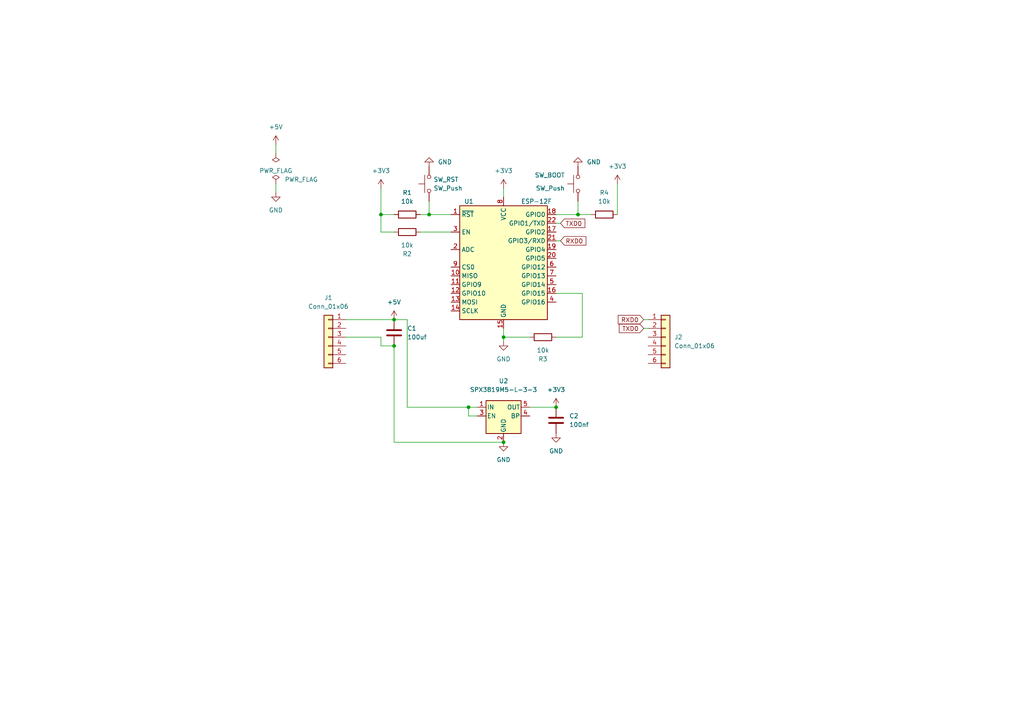
<source format=kicad_sch>
(kicad_sch (version 20211123) (generator eeschema)

  (uuid 93570edb-4459-4883-b692-730dd1093c84)

  (paper "A4")

  (lib_symbols
    (symbol "Connector_Generic:Conn_01x06" (pin_names (offset 1.016) hide) (in_bom yes) (on_board yes)
      (property "Reference" "J" (id 0) (at 0 7.62 0)
        (effects (font (size 1.27 1.27)))
      )
      (property "Value" "Conn_01x06" (id 1) (at 0 -10.16 0)
        (effects (font (size 1.27 1.27)))
      )
      (property "Footprint" "" (id 2) (at 0 0 0)
        (effects (font (size 1.27 1.27)) hide)
      )
      (property "Datasheet" "~" (id 3) (at 0 0 0)
        (effects (font (size 1.27 1.27)) hide)
      )
      (property "ki_keywords" "connector" (id 4) (at 0 0 0)
        (effects (font (size 1.27 1.27)) hide)
      )
      (property "ki_description" "Generic connector, single row, 01x06, script generated (kicad-library-utils/schlib/autogen/connector/)" (id 5) (at 0 0 0)
        (effects (font (size 1.27 1.27)) hide)
      )
      (property "ki_fp_filters" "Connector*:*_1x??_*" (id 6) (at 0 0 0)
        (effects (font (size 1.27 1.27)) hide)
      )
      (symbol "Conn_01x06_1_1"
        (rectangle (start -1.27 -7.493) (end 0 -7.747)
          (stroke (width 0.1524) (type default) (color 0 0 0 0))
          (fill (type none))
        )
        (rectangle (start -1.27 -4.953) (end 0 -5.207)
          (stroke (width 0.1524) (type default) (color 0 0 0 0))
          (fill (type none))
        )
        (rectangle (start -1.27 -2.413) (end 0 -2.667)
          (stroke (width 0.1524) (type default) (color 0 0 0 0))
          (fill (type none))
        )
        (rectangle (start -1.27 0.127) (end 0 -0.127)
          (stroke (width 0.1524) (type default) (color 0 0 0 0))
          (fill (type none))
        )
        (rectangle (start -1.27 2.667) (end 0 2.413)
          (stroke (width 0.1524) (type default) (color 0 0 0 0))
          (fill (type none))
        )
        (rectangle (start -1.27 5.207) (end 0 4.953)
          (stroke (width 0.1524) (type default) (color 0 0 0 0))
          (fill (type none))
        )
        (rectangle (start -1.27 6.35) (end 1.27 -8.89)
          (stroke (width 0.254) (type default) (color 0 0 0 0))
          (fill (type background))
        )
        (pin passive line (at -5.08 5.08 0) (length 3.81)
          (name "Pin_1" (effects (font (size 1.27 1.27))))
          (number "1" (effects (font (size 1.27 1.27))))
        )
        (pin passive line (at -5.08 2.54 0) (length 3.81)
          (name "Pin_2" (effects (font (size 1.27 1.27))))
          (number "2" (effects (font (size 1.27 1.27))))
        )
        (pin passive line (at -5.08 0 0) (length 3.81)
          (name "Pin_3" (effects (font (size 1.27 1.27))))
          (number "3" (effects (font (size 1.27 1.27))))
        )
        (pin passive line (at -5.08 -2.54 0) (length 3.81)
          (name "Pin_4" (effects (font (size 1.27 1.27))))
          (number "4" (effects (font (size 1.27 1.27))))
        )
        (pin passive line (at -5.08 -5.08 0) (length 3.81)
          (name "Pin_5" (effects (font (size 1.27 1.27))))
          (number "5" (effects (font (size 1.27 1.27))))
        )
        (pin passive line (at -5.08 -7.62 0) (length 3.81)
          (name "Pin_6" (effects (font (size 1.27 1.27))))
          (number "6" (effects (font (size 1.27 1.27))))
        )
      )
    )
    (symbol "Device:C" (pin_numbers hide) (pin_names (offset 0.254)) (in_bom yes) (on_board yes)
      (property "Reference" "C" (id 0) (at 0.635 2.54 0)
        (effects (font (size 1.27 1.27)) (justify left))
      )
      (property "Value" "C" (id 1) (at 0.635 -2.54 0)
        (effects (font (size 1.27 1.27)) (justify left))
      )
      (property "Footprint" "" (id 2) (at 0.9652 -3.81 0)
        (effects (font (size 1.27 1.27)) hide)
      )
      (property "Datasheet" "~" (id 3) (at 0 0 0)
        (effects (font (size 1.27 1.27)) hide)
      )
      (property "ki_keywords" "cap capacitor" (id 4) (at 0 0 0)
        (effects (font (size 1.27 1.27)) hide)
      )
      (property "ki_description" "Unpolarized capacitor" (id 5) (at 0 0 0)
        (effects (font (size 1.27 1.27)) hide)
      )
      (property "ki_fp_filters" "C_*" (id 6) (at 0 0 0)
        (effects (font (size 1.27 1.27)) hide)
      )
      (symbol "C_0_1"
        (polyline
          (pts
            (xy -2.032 -0.762)
            (xy 2.032 -0.762)
          )
          (stroke (width 0.508) (type default) (color 0 0 0 0))
          (fill (type none))
        )
        (polyline
          (pts
            (xy -2.032 0.762)
            (xy 2.032 0.762)
          )
          (stroke (width 0.508) (type default) (color 0 0 0 0))
          (fill (type none))
        )
      )
      (symbol "C_1_1"
        (pin passive line (at 0 3.81 270) (length 2.794)
          (name "~" (effects (font (size 1.27 1.27))))
          (number "1" (effects (font (size 1.27 1.27))))
        )
        (pin passive line (at 0 -3.81 90) (length 2.794)
          (name "~" (effects (font (size 1.27 1.27))))
          (number "2" (effects (font (size 1.27 1.27))))
        )
      )
    )
    (symbol "Device:R" (pin_numbers hide) (pin_names (offset 0)) (in_bom yes) (on_board yes)
      (property "Reference" "R" (id 0) (at 2.032 0 90)
        (effects (font (size 1.27 1.27)))
      )
      (property "Value" "R" (id 1) (at 0 0 90)
        (effects (font (size 1.27 1.27)))
      )
      (property "Footprint" "" (id 2) (at -1.778 0 90)
        (effects (font (size 1.27 1.27)) hide)
      )
      (property "Datasheet" "~" (id 3) (at 0 0 0)
        (effects (font (size 1.27 1.27)) hide)
      )
      (property "ki_keywords" "R res resistor" (id 4) (at 0 0 0)
        (effects (font (size 1.27 1.27)) hide)
      )
      (property "ki_description" "Resistor" (id 5) (at 0 0 0)
        (effects (font (size 1.27 1.27)) hide)
      )
      (property "ki_fp_filters" "R_*" (id 6) (at 0 0 0)
        (effects (font (size 1.27 1.27)) hide)
      )
      (symbol "R_0_1"
        (rectangle (start -1.016 -2.54) (end 1.016 2.54)
          (stroke (width 0.254) (type default) (color 0 0 0 0))
          (fill (type none))
        )
      )
      (symbol "R_1_1"
        (pin passive line (at 0 3.81 270) (length 1.27)
          (name "~" (effects (font (size 1.27 1.27))))
          (number "1" (effects (font (size 1.27 1.27))))
        )
        (pin passive line (at 0 -3.81 90) (length 1.27)
          (name "~" (effects (font (size 1.27 1.27))))
          (number "2" (effects (font (size 1.27 1.27))))
        )
      )
    )
    (symbol "RF_Module:ESP-12F" (in_bom yes) (on_board yes)
      (property "Reference" "U" (id 0) (at -12.7 19.05 0)
        (effects (font (size 1.27 1.27)) (justify left))
      )
      (property "Value" "ESP-12F" (id 1) (at 12.7 19.05 0)
        (effects (font (size 1.27 1.27)) (justify right))
      )
      (property "Footprint" "RF_Module:ESP-12E" (id 2) (at 0 0 0)
        (effects (font (size 1.27 1.27)) hide)
      )
      (property "Datasheet" "http://wiki.ai-thinker.com/_media/esp8266/esp8266_series_modules_user_manual_v1.1.pdf" (id 3) (at -8.89 2.54 0)
        (effects (font (size 1.27 1.27)) hide)
      )
      (property "ki_keywords" "802.11 Wi-Fi" (id 4) (at 0 0 0)
        (effects (font (size 1.27 1.27)) hide)
      )
      (property "ki_description" "802.11 b/g/n Wi-Fi Module" (id 5) (at 0 0 0)
        (effects (font (size 1.27 1.27)) hide)
      )
      (property "ki_fp_filters" "ESP?12*" (id 6) (at 0 0 0)
        (effects (font (size 1.27 1.27)) hide)
      )
      (symbol "ESP-12F_0_1"
        (rectangle (start -12.7 17.78) (end 12.7 -15.24)
          (stroke (width 0.254) (type default) (color 0 0 0 0))
          (fill (type background))
        )
      )
      (symbol "ESP-12F_1_1"
        (pin input line (at -15.24 15.24 0) (length 2.54)
          (name "~{RST}" (effects (font (size 1.27 1.27))))
          (number "1" (effects (font (size 1.27 1.27))))
        )
        (pin bidirectional line (at -15.24 -2.54 0) (length 2.54)
          (name "MISO" (effects (font (size 1.27 1.27))))
          (number "10" (effects (font (size 1.27 1.27))))
        )
        (pin bidirectional line (at -15.24 -5.08 0) (length 2.54)
          (name "GPIO9" (effects (font (size 1.27 1.27))))
          (number "11" (effects (font (size 1.27 1.27))))
        )
        (pin bidirectional line (at -15.24 -7.62 0) (length 2.54)
          (name "GPIO10" (effects (font (size 1.27 1.27))))
          (number "12" (effects (font (size 1.27 1.27))))
        )
        (pin bidirectional line (at -15.24 -10.16 0) (length 2.54)
          (name "MOSI" (effects (font (size 1.27 1.27))))
          (number "13" (effects (font (size 1.27 1.27))))
        )
        (pin bidirectional line (at -15.24 -12.7 0) (length 2.54)
          (name "SCLK" (effects (font (size 1.27 1.27))))
          (number "14" (effects (font (size 1.27 1.27))))
        )
        (pin power_in line (at 0 -17.78 90) (length 2.54)
          (name "GND" (effects (font (size 1.27 1.27))))
          (number "15" (effects (font (size 1.27 1.27))))
        )
        (pin bidirectional line (at 15.24 -7.62 180) (length 2.54)
          (name "GPIO15" (effects (font (size 1.27 1.27))))
          (number "16" (effects (font (size 1.27 1.27))))
        )
        (pin bidirectional line (at 15.24 10.16 180) (length 2.54)
          (name "GPIO2" (effects (font (size 1.27 1.27))))
          (number "17" (effects (font (size 1.27 1.27))))
        )
        (pin bidirectional line (at 15.24 15.24 180) (length 2.54)
          (name "GPIO0" (effects (font (size 1.27 1.27))))
          (number "18" (effects (font (size 1.27 1.27))))
        )
        (pin bidirectional line (at 15.24 5.08 180) (length 2.54)
          (name "GPIO4" (effects (font (size 1.27 1.27))))
          (number "19" (effects (font (size 1.27 1.27))))
        )
        (pin input line (at -15.24 5.08 0) (length 2.54)
          (name "ADC" (effects (font (size 1.27 1.27))))
          (number "2" (effects (font (size 1.27 1.27))))
        )
        (pin bidirectional line (at 15.24 2.54 180) (length 2.54)
          (name "GPIO5" (effects (font (size 1.27 1.27))))
          (number "20" (effects (font (size 1.27 1.27))))
        )
        (pin bidirectional line (at 15.24 7.62 180) (length 2.54)
          (name "GPIO3/RXD" (effects (font (size 1.27 1.27))))
          (number "21" (effects (font (size 1.27 1.27))))
        )
        (pin bidirectional line (at 15.24 12.7 180) (length 2.54)
          (name "GPIO1/TXD" (effects (font (size 1.27 1.27))))
          (number "22" (effects (font (size 1.27 1.27))))
        )
        (pin input line (at -15.24 10.16 0) (length 2.54)
          (name "EN" (effects (font (size 1.27 1.27))))
          (number "3" (effects (font (size 1.27 1.27))))
        )
        (pin bidirectional line (at 15.24 -10.16 180) (length 2.54)
          (name "GPIO16" (effects (font (size 1.27 1.27))))
          (number "4" (effects (font (size 1.27 1.27))))
        )
        (pin bidirectional line (at 15.24 -5.08 180) (length 2.54)
          (name "GPIO14" (effects (font (size 1.27 1.27))))
          (number "5" (effects (font (size 1.27 1.27))))
        )
        (pin bidirectional line (at 15.24 0 180) (length 2.54)
          (name "GPIO12" (effects (font (size 1.27 1.27))))
          (number "6" (effects (font (size 1.27 1.27))))
        )
        (pin bidirectional line (at 15.24 -2.54 180) (length 2.54)
          (name "GPIO13" (effects (font (size 1.27 1.27))))
          (number "7" (effects (font (size 1.27 1.27))))
        )
        (pin power_in line (at 0 20.32 270) (length 2.54)
          (name "VCC" (effects (font (size 1.27 1.27))))
          (number "8" (effects (font (size 1.27 1.27))))
        )
        (pin input line (at -15.24 0 0) (length 2.54)
          (name "CS0" (effects (font (size 1.27 1.27))))
          (number "9" (effects (font (size 1.27 1.27))))
        )
      )
    )
    (symbol "Regulator_Linear:SPX3819M5-L-3-3" (pin_names (offset 0.254)) (in_bom yes) (on_board yes)
      (property "Reference" "U" (id 0) (at -3.81 5.715 0)
        (effects (font (size 1.27 1.27)))
      )
      (property "Value" "SPX3819M5-L-3-3" (id 1) (at 0 5.715 0)
        (effects (font (size 1.27 1.27)) (justify left))
      )
      (property "Footprint" "Package_TO_SOT_SMD:SOT-23-5" (id 2) (at 0 8.255 0)
        (effects (font (size 1.27 1.27)) hide)
      )
      (property "Datasheet" "https://www.exar.com/content/document.ashx?id=22106&languageid=1033&type=Datasheet&partnumber=SPX3819&filename=SPX3819.pdf&part=SPX3819" (id 3) (at 0 0 0)
        (effects (font (size 1.27 1.27)) hide)
      )
      (property "ki_keywords" "REGULATOR LDO 3.3V" (id 4) (at 0 0 0)
        (effects (font (size 1.27 1.27)) hide)
      )
      (property "ki_description" "500mA Low drop-out regulator, Fixed Output 3.3V, SOT-23-5" (id 5) (at 0 0 0)
        (effects (font (size 1.27 1.27)) hide)
      )
      (property "ki_fp_filters" "SOT?23*" (id 6) (at 0 0 0)
        (effects (font (size 1.27 1.27)) hide)
      )
      (symbol "SPX3819M5-L-3-3_0_1"
        (rectangle (start -5.08 4.445) (end 5.08 -5.08)
          (stroke (width 0.254) (type default) (color 0 0 0 0))
          (fill (type background))
        )
      )
      (symbol "SPX3819M5-L-3-3_1_1"
        (pin power_in line (at -7.62 2.54 0) (length 2.54)
          (name "IN" (effects (font (size 1.27 1.27))))
          (number "1" (effects (font (size 1.27 1.27))))
        )
        (pin power_in line (at 0 -7.62 90) (length 2.54)
          (name "GND" (effects (font (size 1.27 1.27))))
          (number "2" (effects (font (size 1.27 1.27))))
        )
        (pin input line (at -7.62 0 0) (length 2.54)
          (name "EN" (effects (font (size 1.27 1.27))))
          (number "3" (effects (font (size 1.27 1.27))))
        )
        (pin input line (at 7.62 0 180) (length 2.54)
          (name "BP" (effects (font (size 1.27 1.27))))
          (number "4" (effects (font (size 1.27 1.27))))
        )
        (pin power_out line (at 7.62 2.54 180) (length 2.54)
          (name "OUT" (effects (font (size 1.27 1.27))))
          (number "5" (effects (font (size 1.27 1.27))))
        )
      )
    )
    (symbol "Switch:SW_Push" (pin_numbers hide) (pin_names (offset 1.016) hide) (in_bom yes) (on_board yes)
      (property "Reference" "SW" (id 0) (at 1.27 2.54 0)
        (effects (font (size 1.27 1.27)) (justify left))
      )
      (property "Value" "SW_Push" (id 1) (at 0 -1.524 0)
        (effects (font (size 1.27 1.27)))
      )
      (property "Footprint" "" (id 2) (at 0 5.08 0)
        (effects (font (size 1.27 1.27)) hide)
      )
      (property "Datasheet" "~" (id 3) (at 0 5.08 0)
        (effects (font (size 1.27 1.27)) hide)
      )
      (property "ki_keywords" "switch normally-open pushbutton push-button" (id 4) (at 0 0 0)
        (effects (font (size 1.27 1.27)) hide)
      )
      (property "ki_description" "Push button switch, generic, two pins" (id 5) (at 0 0 0)
        (effects (font (size 1.27 1.27)) hide)
      )
      (symbol "SW_Push_0_1"
        (circle (center -2.032 0) (radius 0.508)
          (stroke (width 0) (type default) (color 0 0 0 0))
          (fill (type none))
        )
        (polyline
          (pts
            (xy 0 1.27)
            (xy 0 3.048)
          )
          (stroke (width 0) (type default) (color 0 0 0 0))
          (fill (type none))
        )
        (polyline
          (pts
            (xy 2.54 1.27)
            (xy -2.54 1.27)
          )
          (stroke (width 0) (type default) (color 0 0 0 0))
          (fill (type none))
        )
        (circle (center 2.032 0) (radius 0.508)
          (stroke (width 0) (type default) (color 0 0 0 0))
          (fill (type none))
        )
        (pin passive line (at -5.08 0 0) (length 2.54)
          (name "1" (effects (font (size 1.27 1.27))))
          (number "1" (effects (font (size 1.27 1.27))))
        )
        (pin passive line (at 5.08 0 180) (length 2.54)
          (name "2" (effects (font (size 1.27 1.27))))
          (number "2" (effects (font (size 1.27 1.27))))
        )
      )
    )
    (symbol "power:+3V3" (power) (pin_names (offset 0)) (in_bom yes) (on_board yes)
      (property "Reference" "#PWR" (id 0) (at 0 -3.81 0)
        (effects (font (size 1.27 1.27)) hide)
      )
      (property "Value" "+3V3" (id 1) (at 0 3.556 0)
        (effects (font (size 1.27 1.27)))
      )
      (property "Footprint" "" (id 2) (at 0 0 0)
        (effects (font (size 1.27 1.27)) hide)
      )
      (property "Datasheet" "" (id 3) (at 0 0 0)
        (effects (font (size 1.27 1.27)) hide)
      )
      (property "ki_keywords" "power-flag" (id 4) (at 0 0 0)
        (effects (font (size 1.27 1.27)) hide)
      )
      (property "ki_description" "Power symbol creates a global label with name \"+3V3\"" (id 5) (at 0 0 0)
        (effects (font (size 1.27 1.27)) hide)
      )
      (symbol "+3V3_0_1"
        (polyline
          (pts
            (xy -0.762 1.27)
            (xy 0 2.54)
          )
          (stroke (width 0) (type default) (color 0 0 0 0))
          (fill (type none))
        )
        (polyline
          (pts
            (xy 0 0)
            (xy 0 2.54)
          )
          (stroke (width 0) (type default) (color 0 0 0 0))
          (fill (type none))
        )
        (polyline
          (pts
            (xy 0 2.54)
            (xy 0.762 1.27)
          )
          (stroke (width 0) (type default) (color 0 0 0 0))
          (fill (type none))
        )
      )
      (symbol "+3V3_1_1"
        (pin power_in line (at 0 0 90) (length 0) hide
          (name "+3V3" (effects (font (size 1.27 1.27))))
          (number "1" (effects (font (size 1.27 1.27))))
        )
      )
    )
    (symbol "power:+5V" (power) (pin_names (offset 0)) (in_bom yes) (on_board yes)
      (property "Reference" "#PWR" (id 0) (at 0 -3.81 0)
        (effects (font (size 1.27 1.27)) hide)
      )
      (property "Value" "+5V" (id 1) (at 0 3.556 0)
        (effects (font (size 1.27 1.27)))
      )
      (property "Footprint" "" (id 2) (at 0 0 0)
        (effects (font (size 1.27 1.27)) hide)
      )
      (property "Datasheet" "" (id 3) (at 0 0 0)
        (effects (font (size 1.27 1.27)) hide)
      )
      (property "ki_keywords" "power-flag" (id 4) (at 0 0 0)
        (effects (font (size 1.27 1.27)) hide)
      )
      (property "ki_description" "Power symbol creates a global label with name \"+5V\"" (id 5) (at 0 0 0)
        (effects (font (size 1.27 1.27)) hide)
      )
      (symbol "+5V_0_1"
        (polyline
          (pts
            (xy -0.762 1.27)
            (xy 0 2.54)
          )
          (stroke (width 0) (type default) (color 0 0 0 0))
          (fill (type none))
        )
        (polyline
          (pts
            (xy 0 0)
            (xy 0 2.54)
          )
          (stroke (width 0) (type default) (color 0 0 0 0))
          (fill (type none))
        )
        (polyline
          (pts
            (xy 0 2.54)
            (xy 0.762 1.27)
          )
          (stroke (width 0) (type default) (color 0 0 0 0))
          (fill (type none))
        )
      )
      (symbol "+5V_1_1"
        (pin power_in line (at 0 0 90) (length 0) hide
          (name "+5V" (effects (font (size 1.27 1.27))))
          (number "1" (effects (font (size 1.27 1.27))))
        )
      )
    )
    (symbol "power:GND" (power) (pin_names (offset 0)) (in_bom yes) (on_board yes)
      (property "Reference" "#PWR" (id 0) (at 0 -6.35 0)
        (effects (font (size 1.27 1.27)) hide)
      )
      (property "Value" "GND" (id 1) (at 0 -3.81 0)
        (effects (font (size 1.27 1.27)))
      )
      (property "Footprint" "" (id 2) (at 0 0 0)
        (effects (font (size 1.27 1.27)) hide)
      )
      (property "Datasheet" "" (id 3) (at 0 0 0)
        (effects (font (size 1.27 1.27)) hide)
      )
      (property "ki_keywords" "power-flag" (id 4) (at 0 0 0)
        (effects (font (size 1.27 1.27)) hide)
      )
      (property "ki_description" "Power symbol creates a global label with name \"GND\" , ground" (id 5) (at 0 0 0)
        (effects (font (size 1.27 1.27)) hide)
      )
      (symbol "GND_0_1"
        (polyline
          (pts
            (xy 0 0)
            (xy 0 -1.27)
            (xy 1.27 -1.27)
            (xy 0 -2.54)
            (xy -1.27 -1.27)
            (xy 0 -1.27)
          )
          (stroke (width 0) (type default) (color 0 0 0 0))
          (fill (type none))
        )
      )
      (symbol "GND_1_1"
        (pin power_in line (at 0 0 270) (length 0) hide
          (name "GND" (effects (font (size 1.27 1.27))))
          (number "1" (effects (font (size 1.27 1.27))))
        )
      )
    )
    (symbol "power:PWR_FLAG" (power) (pin_numbers hide) (pin_names (offset 0) hide) (in_bom yes) (on_board yes)
      (property "Reference" "#FLG" (id 0) (at 0 1.905 0)
        (effects (font (size 1.27 1.27)) hide)
      )
      (property "Value" "PWR_FLAG" (id 1) (at 0 3.81 0)
        (effects (font (size 1.27 1.27)))
      )
      (property "Footprint" "" (id 2) (at 0 0 0)
        (effects (font (size 1.27 1.27)) hide)
      )
      (property "Datasheet" "~" (id 3) (at 0 0 0)
        (effects (font (size 1.27 1.27)) hide)
      )
      (property "ki_keywords" "power-flag" (id 4) (at 0 0 0)
        (effects (font (size 1.27 1.27)) hide)
      )
      (property "ki_description" "Special symbol for telling ERC where power comes from" (id 5) (at 0 0 0)
        (effects (font (size 1.27 1.27)) hide)
      )
      (symbol "PWR_FLAG_0_0"
        (pin power_out line (at 0 0 90) (length 0)
          (name "pwr" (effects (font (size 1.27 1.27))))
          (number "1" (effects (font (size 1.27 1.27))))
        )
      )
      (symbol "PWR_FLAG_0_1"
        (polyline
          (pts
            (xy 0 0)
            (xy 0 1.27)
            (xy -1.016 1.905)
            (xy 0 2.54)
            (xy 1.016 1.905)
            (xy 0 1.27)
          )
          (stroke (width 0) (type default) (color 0 0 0 0))
          (fill (type none))
        )
      )
    )
  )

  (junction (at 146.05 128.27) (diameter 0) (color 0 0 0 0)
    (uuid 0f0dd512-306b-4360-b4d8-45c0816fc3f8)
  )
  (junction (at 114.3 100.33) (diameter 0) (color 0 0 0 0)
    (uuid 1025bc70-0628-4a9f-afef-e41c40719cf5)
  )
  (junction (at 114.3 92.71) (diameter 0) (color 0 0 0 0)
    (uuid 804ee7cf-4e01-4080-863f-68e8b85d2462)
  )
  (junction (at 110.49 62.23) (diameter 0) (color 0 0 0 0)
    (uuid 869023fd-6619-4176-a93c-3b5bf2787f9b)
  )
  (junction (at 135.89 118.11) (diameter 0) (color 0 0 0 0)
    (uuid 8de5ee93-61db-4a5d-9b6a-2044ae3a7a97)
  )
  (junction (at 167.64 62.23) (diameter 0) (color 0 0 0 0)
    (uuid ca560561-c86e-442a-a6b2-4dd6f080ab1c)
  )
  (junction (at 161.29 118.11) (diameter 0) (color 0 0 0 0)
    (uuid d7f7e64b-3456-4ca2-a21f-f9738d205cdc)
  )
  (junction (at 146.05 97.79) (diameter 0) (color 0 0 0 0)
    (uuid e149af9d-5447-48a9-a45e-efa68c6b3895)
  )
  (junction (at 124.46 62.23) (diameter 0) (color 0 0 0 0)
    (uuid e60907d9-1fa0-499a-9a18-662e7015afaa)
  )

  (wire (pts (xy 135.89 120.65) (xy 138.43 120.65))
    (stroke (width 0) (type default) (color 0 0 0 0))
    (uuid 0f4408af-e50e-4f0c-a8d5-bce44a0e1df8)
  )
  (wire (pts (xy 186.69 92.71) (xy 187.96 92.71))
    (stroke (width 0) (type default) (color 0 0 0 0))
    (uuid 151b092c-ef21-44d8-9170-dbe84cef2387)
  )
  (wire (pts (xy 121.92 62.23) (xy 124.46 62.23))
    (stroke (width 0) (type default) (color 0 0 0 0))
    (uuid 185c5bc5-e9a0-457f-842d-ef9c289d374f)
  )
  (wire (pts (xy 146.05 97.79) (xy 146.05 95.25))
    (stroke (width 0) (type default) (color 0 0 0 0))
    (uuid 1f3833e9-1d5b-48ef-93bc-9e3d174c56ed)
  )
  (wire (pts (xy 135.89 118.11) (xy 135.89 120.65))
    (stroke (width 0) (type default) (color 0 0 0 0))
    (uuid 236f362a-560b-4233-bd40-8c15e537b91a)
  )
  (wire (pts (xy 80.01 55.88) (xy 80.01 53.34))
    (stroke (width 0) (type default) (color 0 0 0 0))
    (uuid 2a2a65ab-89ad-4320-b005-160d4005d98c)
  )
  (wire (pts (xy 161.29 85.09) (xy 168.91 85.09))
    (stroke (width 0) (type default) (color 0 0 0 0))
    (uuid 4b03a3ea-db26-4749-b1f3-c1c66f1852b7)
  )
  (wire (pts (xy 110.49 100.33) (xy 114.3 100.33))
    (stroke (width 0) (type default) (color 0 0 0 0))
    (uuid 4bddea3f-940f-4abd-af94-0066a268ff39)
  )
  (wire (pts (xy 135.89 118.11) (xy 138.43 118.11))
    (stroke (width 0) (type default) (color 0 0 0 0))
    (uuid 5068c627-cc33-4e87-a3e4-d3eff1319f5d)
  )
  (wire (pts (xy 114.3 100.33) (xy 114.3 128.27))
    (stroke (width 0) (type default) (color 0 0 0 0))
    (uuid 534a7e4f-27c5-4782-b66c-8007e0483b06)
  )
  (wire (pts (xy 110.49 97.79) (xy 110.49 100.33))
    (stroke (width 0) (type default) (color 0 0 0 0))
    (uuid 5e069b6b-4d67-4fd7-a39b-a52a2e769d6c)
  )
  (wire (pts (xy 146.05 99.06) (xy 146.05 97.79))
    (stroke (width 0) (type default) (color 0 0 0 0))
    (uuid 6698f7e6-d069-4462-a6fe-70dc7bc48b07)
  )
  (wire (pts (xy 110.49 67.31) (xy 110.49 62.23))
    (stroke (width 0) (type default) (color 0 0 0 0))
    (uuid 7b95f711-6937-447b-89f6-fcd9d57a06d7)
  )
  (wire (pts (xy 114.3 67.31) (xy 110.49 67.31))
    (stroke (width 0) (type default) (color 0 0 0 0))
    (uuid 82b67a2d-dcf2-4830-a5f1-8719c389a716)
  )
  (wire (pts (xy 162.56 69.85) (xy 161.29 69.85))
    (stroke (width 0) (type default) (color 0 0 0 0))
    (uuid 839ac5e9-b950-4ae6-8bb6-815be89a577c)
  )
  (wire (pts (xy 110.49 62.23) (xy 114.3 62.23))
    (stroke (width 0) (type default) (color 0 0 0 0))
    (uuid 83ebaa7b-0357-4a9f-808a-7c32e2cac033)
  )
  (wire (pts (xy 161.29 97.79) (xy 168.91 97.79))
    (stroke (width 0) (type default) (color 0 0 0 0))
    (uuid 8ab9b1aa-28ba-4c5c-b80e-f9a86134e72a)
  )
  (wire (pts (xy 162.56 64.77) (xy 161.29 64.77))
    (stroke (width 0) (type default) (color 0 0 0 0))
    (uuid 8da41a0e-4d08-4915-8964-9f05505286e5)
  )
  (wire (pts (xy 167.64 58.42) (xy 167.64 62.23))
    (stroke (width 0) (type default) (color 0 0 0 0))
    (uuid 9034746a-1ba9-4132-be68-2822553af630)
  )
  (wire (pts (xy 186.69 95.25) (xy 187.96 95.25))
    (stroke (width 0) (type default) (color 0 0 0 0))
    (uuid 966660ca-268d-4161-8e90-488e3bb5625f)
  )
  (wire (pts (xy 146.05 54.61) (xy 146.05 57.15))
    (stroke (width 0) (type default) (color 0 0 0 0))
    (uuid 97ecd885-d01b-4e07-9d23-0478e53ed8c7)
  )
  (wire (pts (xy 146.05 128.27) (xy 114.3 128.27))
    (stroke (width 0) (type default) (color 0 0 0 0))
    (uuid a2c4b267-7d7b-4239-b110-344d1130a81f)
  )
  (wire (pts (xy 121.92 67.31) (xy 130.81 67.31))
    (stroke (width 0) (type default) (color 0 0 0 0))
    (uuid a749198a-d69b-49a2-bac5-5382be79c496)
  )
  (wire (pts (xy 167.64 62.23) (xy 161.29 62.23))
    (stroke (width 0) (type default) (color 0 0 0 0))
    (uuid ab9bb821-272d-4a8d-87e2-5f2cdf431d81)
  )
  (wire (pts (xy 153.67 118.11) (xy 161.29 118.11))
    (stroke (width 0) (type default) (color 0 0 0 0))
    (uuid b8a7e7c2-8e92-4063-a90d-2ba47ef7d4ab)
  )
  (wire (pts (xy 100.33 97.79) (xy 110.49 97.79))
    (stroke (width 0) (type default) (color 0 0 0 0))
    (uuid c22ed97a-200e-4867-8307-1c6b104263cf)
  )
  (wire (pts (xy 118.11 92.71) (xy 118.11 118.11))
    (stroke (width 0) (type default) (color 0 0 0 0))
    (uuid c28f3501-a962-4645-a8c4-f131f7704595)
  )
  (wire (pts (xy 114.3 92.71) (xy 118.11 92.71))
    (stroke (width 0) (type default) (color 0 0 0 0))
    (uuid c2a9a571-b4f0-4180-9303-cc0f719617e8)
  )
  (wire (pts (xy 100.33 92.71) (xy 114.3 92.71))
    (stroke (width 0) (type default) (color 0 0 0 0))
    (uuid cb6ac13c-5ee9-42da-9e5b-5bae231e6dd8)
  )
  (wire (pts (xy 80.01 41.91) (xy 80.01 44.45))
    (stroke (width 0) (type default) (color 0 0 0 0))
    (uuid ceddf467-e6c4-46e7-9975-53ff49396825)
  )
  (wire (pts (xy 171.45 62.23) (xy 167.64 62.23))
    (stroke (width 0) (type default) (color 0 0 0 0))
    (uuid cefa31b1-4edc-4317-bb72-88fa84a69a65)
  )
  (wire (pts (xy 179.07 53.34) (xy 179.07 62.23))
    (stroke (width 0) (type default) (color 0 0 0 0))
    (uuid d147be1c-99d5-4765-baae-3cc174300236)
  )
  (wire (pts (xy 124.46 58.42) (xy 124.46 62.23))
    (stroke (width 0) (type default) (color 0 0 0 0))
    (uuid d875e5ce-58b2-44af-94aa-197425c57e6c)
  )
  (wire (pts (xy 110.49 54.61) (xy 110.49 62.23))
    (stroke (width 0) (type default) (color 0 0 0 0))
    (uuid da1c202e-d9e6-473b-84c4-bb9844bfe60d)
  )
  (wire (pts (xy 168.91 97.79) (xy 168.91 85.09))
    (stroke (width 0) (type default) (color 0 0 0 0))
    (uuid eb25c8f5-5a3c-4a37-a43d-4c3f7cda4024)
  )
  (wire (pts (xy 118.11 118.11) (xy 135.89 118.11))
    (stroke (width 0) (type default) (color 0 0 0 0))
    (uuid eca65fbc-7d45-4955-b5e4-5352934a00eb)
  )
  (wire (pts (xy 124.46 62.23) (xy 130.81 62.23))
    (stroke (width 0) (type default) (color 0 0 0 0))
    (uuid f56a7cbe-4b82-4d10-ad75-045bd2731e0e)
  )
  (wire (pts (xy 153.67 97.79) (xy 146.05 97.79))
    (stroke (width 0) (type default) (color 0 0 0 0))
    (uuid f60196a0-5f41-4f26-9ba5-be6062a8cbce)
  )

  (global_label "TXD0" (shape input) (at 186.69 95.25 180) (fields_autoplaced)
    (effects (font (size 1.27 1.27)) (justify right))
    (uuid 1e23202f-051a-45aa-be5a-05f0577c15b5)
    (property "Intersheet References" "${INTERSHEET_REFS}" (id 0) (at 179.6202 95.1706 0)
      (effects (font (size 1.27 1.27)) (justify right) hide)
    )
  )
  (global_label "RXD0" (shape input) (at 186.69 92.71 180) (fields_autoplaced)
    (effects (font (size 1.27 1.27)) (justify right))
    (uuid 73e66734-8b01-4e61-8488-65c52bf592c4)
    (property "Intersheet References" "${INTERSHEET_REFS}" (id 0) (at 179.3179 92.6306 0)
      (effects (font (size 1.27 1.27)) (justify right) hide)
    )
  )
  (global_label "RXD0" (shape input) (at 162.56 69.85 0) (fields_autoplaced)
    (effects (font (size 1.27 1.27)) (justify left))
    (uuid b96c5a64-ddaa-4b03-9a62-6fd6c4b27ee3)
    (property "Intersheet References" "${INTERSHEET_REFS}" (id 0) (at 169.9321 69.7706 0)
      (effects (font (size 1.27 1.27)) (justify left) hide)
    )
  )
  (global_label "TXD0" (shape input) (at 162.56 64.77 0) (fields_autoplaced)
    (effects (font (size 1.27 1.27)) (justify left))
    (uuid df7b216b-dce6-47a1-b72d-7c38c5b40140)
    (property "Intersheet References" "${INTERSHEET_REFS}" (id 0) (at 169.6298 64.6906 0)
      (effects (font (size 1.27 1.27)) (justify left) hide)
    )
  )

  (symbol (lib_id "power:GND") (at 146.05 128.27 0) (unit 1)
    (in_bom yes) (on_board yes) (fields_autoplaced)
    (uuid 1ca02f29-794a-462c-9855-84a131eda124)
    (property "Reference" "#PWR0105" (id 0) (at 146.05 134.62 0)
      (effects (font (size 1.27 1.27)) hide)
    )
    (property "Value" "GND" (id 1) (at 146.05 133.35 0))
    (property "Footprint" "" (id 2) (at 146.05 128.27 0)
      (effects (font (size 1.27 1.27)) hide)
    )
    (property "Datasheet" "" (id 3) (at 146.05 128.27 0)
      (effects (font (size 1.27 1.27)) hide)
    )
    (pin "1" (uuid d644d8eb-56e4-4d6a-ac9f-c956b22a8360))
  )

  (symbol (lib_id "Switch:SW_Push") (at 124.46 53.34 90) (unit 1)
    (in_bom yes) (on_board yes) (fields_autoplaced)
    (uuid 24218830-a809-4756-8185-6e02898b2a34)
    (property "Reference" "SW_RST" (id 0) (at 125.73 52.0699 90)
      (effects (font (size 1.27 1.27)) (justify right))
    )
    (property "Value" "SW_Push" (id 1) (at 125.73 54.6099 90)
      (effects (font (size 1.27 1.27)) (justify right))
    )
    (property "Footprint" "Button_Switch_SMD:SW_Push_1P1T_NO_CK_KMR2" (id 2) (at 119.38 53.34 0)
      (effects (font (size 1.27 1.27)) hide)
    )
    (property "Datasheet" "~" (id 3) (at 119.38 53.34 0)
      (effects (font (size 1.27 1.27)) hide)
    )
    (property "JLCPCB Part" "C269272" (id 4) (at 124.46 53.34 90)
      (effects (font (size 1.27 1.27)) hide)
    )
    (pin "1" (uuid 1ab0c894-0e1f-48af-9859-7dc8ffde78b7))
    (pin "2" (uuid 4ba0eb21-88ac-4909-8288-8bd7a4f187e1))
  )

  (symbol (lib_id "Device:R") (at 118.11 62.23 90) (unit 1)
    (in_bom yes) (on_board yes) (fields_autoplaced)
    (uuid 3e0c3f83-033f-476c-a5be-365c9444a8d8)
    (property "Reference" "R1" (id 0) (at 118.11 55.88 90))
    (property "Value" "10k" (id 1) (at 118.11 58.42 90))
    (property "Footprint" "Resistor_SMD:R_1206_3216Metric" (id 2) (at 118.11 64.008 90)
      (effects (font (size 1.27 1.27)) hide)
    )
    (property "Datasheet" "~" (id 3) (at 118.11 62.23 0)
      (effects (font (size 1.27 1.27)) hide)
    )
    (property "JLCPCB Part" "C17902" (id 4) (at 118.11 62.23 90)
      (effects (font (size 1.27 1.27)) hide)
    )
    (pin "1" (uuid 6040bddd-ce4b-4be5-aefc-9c3dbb212aba))
    (pin "2" (uuid e6350033-56df-4646-8308-cced1ab74d42))
  )

  (symbol (lib_id "power:+3V3") (at 146.05 54.61 0) (unit 1)
    (in_bom yes) (on_board yes) (fields_autoplaced)
    (uuid 556a5ed7-5795-4a76-838a-3c7a18c50abf)
    (property "Reference" "#PWR02" (id 0) (at 146.05 58.42 0)
      (effects (font (size 1.27 1.27)) hide)
    )
    (property "Value" "+3V3" (id 1) (at 146.05 49.53 0))
    (property "Footprint" "" (id 2) (at 146.05 54.61 0)
      (effects (font (size 1.27 1.27)) hide)
    )
    (property "Datasheet" "" (id 3) (at 146.05 54.61 0)
      (effects (font (size 1.27 1.27)) hide)
    )
    (pin "1" (uuid 4e582422-7f56-4d2c-ac35-866a25436e83))
  )

  (symbol (lib_id "Connector_Generic:Conn_01x06") (at 193.04 97.79 0) (unit 1)
    (in_bom yes) (on_board yes) (fields_autoplaced)
    (uuid 55982fc3-2502-4d66-971a-5fb415949f88)
    (property "Reference" "J2" (id 0) (at 195.58 97.7899 0)
      (effects (font (size 1.27 1.27)) (justify left))
    )
    (property "Value" "Conn_01x06" (id 1) (at 195.58 100.3299 0)
      (effects (font (size 1.27 1.27)) (justify left))
    )
    (property "Footprint" "Connector_PinHeader_2.54mm:PinHeader_1x06_P2.54mm_Vertical" (id 2) (at 193.04 97.79 0)
      (effects (font (size 1.27 1.27)) hide)
    )
    (property "Datasheet" "~" (id 3) (at 193.04 97.79 0)
      (effects (font (size 1.27 1.27)) hide)
    )
    (pin "1" (uuid 86a95a09-b6c5-45de-8c4c-31d72a1e0787))
    (pin "2" (uuid 0f5dc6a3-d37f-4223-83c3-1ed7bce2a6af))
    (pin "3" (uuid 9cef4649-82a9-459f-9a31-b2b273b055fb))
    (pin "4" (uuid 413b7be4-f443-46a7-9422-5f1061c24cda))
    (pin "5" (uuid e9eaee1d-0041-4ffc-a802-e6a0f200a5c1))
    (pin "6" (uuid a2ac36a4-f265-4253-ba03-ca29411371ea))
  )

  (symbol (lib_id "power:GND") (at 80.01 55.88 0) (unit 1)
    (in_bom yes) (on_board yes) (fields_autoplaced)
    (uuid 5baa751a-58a8-4bcf-bf96-79b552398001)
    (property "Reference" "#PWR0102" (id 0) (at 80.01 62.23 0)
      (effects (font (size 1.27 1.27)) hide)
    )
    (property "Value" "GND" (id 1) (at 80.01 60.96 0))
    (property "Footprint" "" (id 2) (at 80.01 55.88 0)
      (effects (font (size 1.27 1.27)) hide)
    )
    (property "Datasheet" "" (id 3) (at 80.01 55.88 0)
      (effects (font (size 1.27 1.27)) hide)
    )
    (pin "1" (uuid 029a9a33-2cd7-41b7-8d3e-d8170b0629f5))
  )

  (symbol (lib_id "power:+3V3") (at 161.29 118.11 0) (unit 1)
    (in_bom yes) (on_board yes) (fields_autoplaced)
    (uuid 6e5afbcc-869b-4bf1-a34f-d0b053324483)
    (property "Reference" "#PWR01" (id 0) (at 161.29 121.92 0)
      (effects (font (size 1.27 1.27)) hide)
    )
    (property "Value" "+3V3" (id 1) (at 161.29 113.03 0))
    (property "Footprint" "" (id 2) (at 161.29 118.11 0)
      (effects (font (size 1.27 1.27)) hide)
    )
    (property "Datasheet" "" (id 3) (at 161.29 118.11 0)
      (effects (font (size 1.27 1.27)) hide)
    )
    (pin "1" (uuid 6c025d34-62a6-47f8-b2af-daf55f8961aa))
  )

  (symbol (lib_id "power:+3V3") (at 110.49 54.61 0) (unit 1)
    (in_bom yes) (on_board yes) (fields_autoplaced)
    (uuid 6f82f462-3373-4ab2-ac72-10b414a7b786)
    (property "Reference" "#PWR0103" (id 0) (at 110.49 58.42 0)
      (effects (font (size 1.27 1.27)) hide)
    )
    (property "Value" "+3V3" (id 1) (at 110.49 49.53 0))
    (property "Footprint" "" (id 2) (at 110.49 54.61 0)
      (effects (font (size 1.27 1.27)) hide)
    )
    (property "Datasheet" "" (id 3) (at 110.49 54.61 0)
      (effects (font (size 1.27 1.27)) hide)
    )
    (pin "1" (uuid 5e1a0a86-b6f0-46dc-9dc1-d364ff8c0969))
  )

  (symbol (lib_id "Regulator_Linear:SPX3819M5-L-3-3") (at 146.05 120.65 0) (unit 1)
    (in_bom yes) (on_board yes) (fields_autoplaced)
    (uuid 76ef5598-cad3-403f-bbde-e15dc60c35e2)
    (property "Reference" "U2" (id 0) (at 146.05 110.49 0))
    (property "Value" "SPX3819M5-L-3-3" (id 1) (at 146.05 113.03 0))
    (property "Footprint" "Package_TO_SOT_SMD:SOT-23-5" (id 2) (at 146.05 112.395 0)
      (effects (font (size 1.27 1.27)) hide)
    )
    (property "Datasheet" "https://www.exar.com/content/document.ashx?id=22106&languageid=1033&type=Datasheet&partnumber=SPX3819&filename=SPX3819.pdf&part=SPX3819" (id 3) (at 146.05 120.65 0)
      (effects (font (size 1.27 1.27)) hide)
    )
    (property "JLCPCB Part" "C9055" (id 4) (at 146.05 120.65 0)
      (effects (font (size 1.27 1.27)) hide)
    )
    (pin "1" (uuid 6df10597-6fcf-470e-85ac-4897bb67b36f))
    (pin "2" (uuid 9dacd4bb-246a-42ed-867a-207d9a286b8f))
    (pin "3" (uuid 27b872c1-5166-4e2f-9574-5808c03ae903))
    (pin "4" (uuid 30099251-a2c5-44fe-96f0-34d850b5be16))
    (pin "5" (uuid cc28a16d-fee6-41c1-937f-c7f911f34e7b))
  )

  (symbol (lib_id "Switch:SW_Push") (at 167.64 53.34 90) (mirror x) (unit 1)
    (in_bom yes) (on_board yes)
    (uuid 8c02485d-47ba-435f-834b-cd34ece713be)
    (property "Reference" "SW_BOOT" (id 0) (at 163.83 50.8 90)
      (effects (font (size 1.27 1.27)) (justify left))
    )
    (property "Value" "SW_Push" (id 1) (at 163.83 54.61 90)
      (effects (font (size 1.27 1.27)) (justify left))
    )
    (property "Footprint" "Button_Switch_SMD:SW_Push_1P1T_NO_CK_KMR2" (id 2) (at 162.56 53.34 0)
      (effects (font (size 1.27 1.27)) hide)
    )
    (property "Datasheet" "~" (id 3) (at 162.56 53.34 0)
      (effects (font (size 1.27 1.27)) hide)
    )
    (property "JLCPCB Part" "C269272" (id 4) (at 167.64 53.34 90)
      (effects (font (size 1.27 1.27)) hide)
    )
    (pin "1" (uuid 5407269b-9a17-43ba-9bd4-0d8b55a2030e))
    (pin "2" (uuid c6e09137-cdfe-41be-b12b-961e20bd5975))
  )

  (symbol (lib_id "power:PWR_FLAG") (at 80.01 44.45 0) (mirror x) (unit 1)
    (in_bom yes) (on_board yes) (fields_autoplaced)
    (uuid 8de84137-2ff4-4593-bd4d-d0bffea38f45)
    (property "Reference" "#FLG0103" (id 0) (at 80.01 46.355 0)
      (effects (font (size 1.27 1.27)) hide)
    )
    (property "Value" "PWR_FLAG" (id 1) (at 80.01 49.53 0))
    (property "Footprint" "" (id 2) (at 80.01 44.45 0)
      (effects (font (size 1.27 1.27)) hide)
    )
    (property "Datasheet" "~" (id 3) (at 80.01 44.45 0)
      (effects (font (size 1.27 1.27)) hide)
    )
    (pin "1" (uuid bbad6284-539e-4342-8ea5-415f530648e7))
  )

  (symbol (lib_id "Connector_Generic:Conn_01x06") (at 95.25 97.79 0) (mirror y) (unit 1)
    (in_bom yes) (on_board yes) (fields_autoplaced)
    (uuid 8fd9cd34-1dbd-45ba-9fa1-7266d3ced4db)
    (property "Reference" "J1" (id 0) (at 95.25 86.36 0))
    (property "Value" "Conn_01x06" (id 1) (at 95.25 88.9 0))
    (property "Footprint" "Connector_PinHeader_2.54mm:PinHeader_1x06_P2.54mm_Vertical" (id 2) (at 95.25 97.79 0)
      (effects (font (size 1.27 1.27)) hide)
    )
    (property "Datasheet" "~" (id 3) (at 95.25 97.79 0)
      (effects (font (size 1.27 1.27)) hide)
    )
    (pin "1" (uuid 93c7e363-5bf2-4cf2-911f-47a603135544))
    (pin "2" (uuid 25f15e7f-cb2c-474b-b249-9fe896f5909e))
    (pin "3" (uuid cae3e9d8-e112-4590-9db4-f18397604b11))
    (pin "4" (uuid ab1eb9d2-bcc0-4587-8259-4412f9947a39))
    (pin "5" (uuid d13e3433-592e-4086-ae0b-527f1a2776d7))
    (pin "6" (uuid 3ab18f62-2aca-4b42-a81b-92a7d3744666))
  )

  (symbol (lib_id "Device:R") (at 175.26 62.23 90) (unit 1)
    (in_bom yes) (on_board yes) (fields_autoplaced)
    (uuid 91df8688-4ec0-4e5b-ba4a-647965a5855b)
    (property "Reference" "R4" (id 0) (at 175.26 55.88 90))
    (property "Value" "10k" (id 1) (at 175.26 58.42 90))
    (property "Footprint" "Resistor_SMD:R_1206_3216Metric" (id 2) (at 175.26 64.008 90)
      (effects (font (size 1.27 1.27)) hide)
    )
    (property "Datasheet" "~" (id 3) (at 175.26 62.23 0)
      (effects (font (size 1.27 1.27)) hide)
    )
    (property "JLCPCB Part" "C17902" (id 4) (at 175.26 62.23 90)
      (effects (font (size 1.27 1.27)) hide)
    )
    (pin "1" (uuid a94fc01d-f0c9-496a-ae36-b5294bd7ca95))
    (pin "2" (uuid c6818785-accb-4c05-b9b2-8ae7f3d9d53f))
  )

  (symbol (lib_id "power:+5V") (at 80.01 41.91 0) (unit 1)
    (in_bom yes) (on_board yes) (fields_autoplaced)
    (uuid 9795614a-bb61-4b88-99ba-612825ac6755)
    (property "Reference" "#PWR0107" (id 0) (at 80.01 45.72 0)
      (effects (font (size 1.27 1.27)) hide)
    )
    (property "Value" "+5V" (id 1) (at 80.01 36.83 0))
    (property "Footprint" "" (id 2) (at 80.01 41.91 0)
      (effects (font (size 1.27 1.27)) hide)
    )
    (property "Datasheet" "" (id 3) (at 80.01 41.91 0)
      (effects (font (size 1.27 1.27)) hide)
    )
    (pin "1" (uuid 172df5b3-5812-4d46-8c45-0dc1bcd52072))
  )

  (symbol (lib_id "power:+3V3") (at 179.07 53.34 0) (unit 1)
    (in_bom yes) (on_board yes) (fields_autoplaced)
    (uuid a395ea9b-11ec-4d8d-8e24-d208c103ba74)
    (property "Reference" "#PWR0104" (id 0) (at 179.07 57.15 0)
      (effects (font (size 1.27 1.27)) hide)
    )
    (property "Value" "+3V3" (id 1) (at 179.07 48.26 0))
    (property "Footprint" "" (id 2) (at 179.07 53.34 0)
      (effects (font (size 1.27 1.27)) hide)
    )
    (property "Datasheet" "" (id 3) (at 179.07 53.34 0)
      (effects (font (size 1.27 1.27)) hide)
    )
    (pin "1" (uuid ea741336-6815-4112-8cd2-76175141a1b2))
  )

  (symbol (lib_id "Device:C") (at 161.29 121.92 0) (unit 1)
    (in_bom yes) (on_board yes) (fields_autoplaced)
    (uuid ab92710b-8740-45c8-86db-eb3c990ec102)
    (property "Reference" "C2" (id 0) (at 165.1 120.6499 0)
      (effects (font (size 1.27 1.27)) (justify left))
    )
    (property "Value" "100nf" (id 1) (at 165.1 123.1899 0)
      (effects (font (size 1.27 1.27)) (justify left))
    )
    (property "Footprint" "Capacitor_SMD:C_0805_2012Metric" (id 2) (at 162.2552 125.73 0)
      (effects (font (size 1.27 1.27)) hide)
    )
    (property "Datasheet" "~" (id 3) (at 161.29 121.92 0)
      (effects (font (size 1.27 1.27)) hide)
    )
    (property "JLCPCB Part" "C49678" (id 4) (at 161.29 121.92 0)
      (effects (font (size 1.27 1.27)) hide)
    )
    (pin "1" (uuid 51ab7b4a-46f5-4a20-8a7d-3ea1434383de))
    (pin "2" (uuid c129d9e7-ff06-45af-b17b-b83aa886141f))
  )

  (symbol (lib_id "power:+5V") (at 114.3 92.71 0) (unit 1)
    (in_bom yes) (on_board yes) (fields_autoplaced)
    (uuid ad5f99fb-52f7-4219-8bd0-f34adfad3565)
    (property "Reference" "#PWR0106" (id 0) (at 114.3 96.52 0)
      (effects (font (size 1.27 1.27)) hide)
    )
    (property "Value" "+5V" (id 1) (at 114.3 87.63 0))
    (property "Footprint" "" (id 2) (at 114.3 92.71 0)
      (effects (font (size 1.27 1.27)) hide)
    )
    (property "Datasheet" "" (id 3) (at 114.3 92.71 0)
      (effects (font (size 1.27 1.27)) hide)
    )
    (pin "1" (uuid 14ef37dc-1660-4331-9fb7-b750f111a67c))
  )

  (symbol (lib_id "power:GND") (at 124.46 48.26 180) (unit 1)
    (in_bom yes) (on_board yes) (fields_autoplaced)
    (uuid b34b14b5-e4b7-4299-9b32-6e7f4694f275)
    (property "Reference" "#PWR04" (id 0) (at 124.46 41.91 0)
      (effects (font (size 1.27 1.27)) hide)
    )
    (property "Value" "GND" (id 1) (at 127 46.9899 0)
      (effects (font (size 1.27 1.27)) (justify right))
    )
    (property "Footprint" "" (id 2) (at 124.46 48.26 0)
      (effects (font (size 1.27 1.27)) hide)
    )
    (property "Datasheet" "" (id 3) (at 124.46 48.26 0)
      (effects (font (size 1.27 1.27)) hide)
    )
    (pin "1" (uuid c554585e-2fbd-45ba-bd20-87ce71c3bf7d))
  )

  (symbol (lib_id "power:GND") (at 167.64 48.26 180) (unit 1)
    (in_bom yes) (on_board yes) (fields_autoplaced)
    (uuid b7ba002f-8ab5-4637-b3cc-98a5ec6526a8)
    (property "Reference" "#PWR06" (id 0) (at 167.64 41.91 0)
      (effects (font (size 1.27 1.27)) hide)
    )
    (property "Value" "GND" (id 1) (at 170.18 46.9899 0)
      (effects (font (size 1.27 1.27)) (justify right))
    )
    (property "Footprint" "" (id 2) (at 167.64 48.26 0)
      (effects (font (size 1.27 1.27)) hide)
    )
    (property "Datasheet" "" (id 3) (at 167.64 48.26 0)
      (effects (font (size 1.27 1.27)) hide)
    )
    (pin "1" (uuid 5a510a25-978b-4bd1-88f4-688a8bf9369b))
  )

  (symbol (lib_id "Device:C") (at 114.3 96.52 0) (unit 1)
    (in_bom yes) (on_board yes) (fields_autoplaced)
    (uuid bc2f9f09-a8ef-41ec-b71a-406ace654bb8)
    (property "Reference" "C1" (id 0) (at 118.11 95.2499 0)
      (effects (font (size 1.27 1.27)) (justify left))
    )
    (property "Value" "100uf" (id 1) (at 118.11 97.7899 0)
      (effects (font (size 1.27 1.27)) (justify left))
    )
    (property "Footprint" "Capacitor_SMD:C_0805_2012Metric" (id 2) (at 115.2652 100.33 0)
      (effects (font (size 1.27 1.27)) hide)
    )
    (property "Datasheet" "~" (id 3) (at 114.3 96.52 0)
      (effects (font (size 1.27 1.27)) hide)
    )
    (property "JLCPCB Part" "C141660" (id 4) (at 114.3 96.52 0)
      (effects (font (size 1.27 1.27)) hide)
    )
    (pin "1" (uuid ad58500a-268a-4438-81c6-0d683e28efbb))
    (pin "2" (uuid c8517926-a8c6-4a9c-8b14-c3b062ce50c6))
  )

  (symbol (lib_id "power:GND") (at 146.05 99.06 0) (unit 1)
    (in_bom yes) (on_board yes) (fields_autoplaced)
    (uuid d8cac12a-7099-4c14-96d2-dca702a9c3cd)
    (property "Reference" "#PWR03" (id 0) (at 146.05 105.41 0)
      (effects (font (size 1.27 1.27)) hide)
    )
    (property "Value" "GND" (id 1) (at 146.05 104.14 0))
    (property "Footprint" "" (id 2) (at 146.05 99.06 0)
      (effects (font (size 1.27 1.27)) hide)
    )
    (property "Datasheet" "" (id 3) (at 146.05 99.06 0)
      (effects (font (size 1.27 1.27)) hide)
    )
    (pin "1" (uuid 1a674bc7-eb55-46f3-bf78-5015f0524b74))
  )

  (symbol (lib_id "power:GND") (at 161.29 125.73 0) (unit 1)
    (in_bom yes) (on_board yes) (fields_autoplaced)
    (uuid e37cf055-39e4-4047-98b0-6ff97463fe4b)
    (property "Reference" "#PWR05" (id 0) (at 161.29 132.08 0)
      (effects (font (size 1.27 1.27)) hide)
    )
    (property "Value" "GND" (id 1) (at 161.29 130.81 0))
    (property "Footprint" "" (id 2) (at 161.29 125.73 0)
      (effects (font (size 1.27 1.27)) hide)
    )
    (property "Datasheet" "" (id 3) (at 161.29 125.73 0)
      (effects (font (size 1.27 1.27)) hide)
    )
    (pin "1" (uuid 3a646b9c-7fa9-41ae-973b-5433a745de2a))
  )

  (symbol (lib_id "Device:R") (at 157.48 97.79 90) (mirror x) (unit 1)
    (in_bom yes) (on_board yes) (fields_autoplaced)
    (uuid e7b0ab84-76f7-4991-ad9d-d2e4b21b3196)
    (property "Reference" "R3" (id 0) (at 157.48 104.14 90))
    (property "Value" "10k" (id 1) (at 157.48 101.6 90))
    (property "Footprint" "Resistor_SMD:R_1206_3216Metric" (id 2) (at 157.48 96.012 90)
      (effects (font (size 1.27 1.27)) hide)
    )
    (property "Datasheet" "~" (id 3) (at 157.48 97.79 0)
      (effects (font (size 1.27 1.27)) hide)
    )
    (property "JLCPCB Part" "C17902" (id 4) (at 157.48 97.79 90)
      (effects (font (size 1.27 1.27)) hide)
    )
    (pin "1" (uuid 626c71c6-5831-4156-834f-247e8a0ab62b))
    (pin "2" (uuid 8cf169c5-c59e-469e-ad90-69021885ca95))
  )

  (symbol (lib_id "power:PWR_FLAG") (at 80.01 53.34 0) (unit 1)
    (in_bom yes) (on_board yes) (fields_autoplaced)
    (uuid ea7db66a-d866-44b9-b8fe-fdaea3f5de91)
    (property "Reference" "#FLG0101" (id 0) (at 80.01 51.435 0)
      (effects (font (size 1.27 1.27)) hide)
    )
    (property "Value" "PWR_FLAG" (id 1) (at 82.55 52.0699 0)
      (effects (font (size 1.27 1.27)) (justify left))
    )
    (property "Footprint" "" (id 2) (at 80.01 53.34 0)
      (effects (font (size 1.27 1.27)) hide)
    )
    (property "Datasheet" "~" (id 3) (at 80.01 53.34 0)
      (effects (font (size 1.27 1.27)) hide)
    )
    (pin "1" (uuid 2471b3c3-7dbc-412b-9431-2fd6b0f79f4b))
  )

  (symbol (lib_id "RF_Module:ESP-12F") (at 146.05 77.47 0) (unit 1)
    (in_bom yes) (on_board yes)
    (uuid f861a60c-5048-4920-91ca-d138fa31096a)
    (property "Reference" "U1" (id 0) (at 134.62 58.42 0)
      (effects (font (size 1.27 1.27)) (justify left))
    )
    (property "Value" "ESP-12F" (id 1) (at 151.13 58.42 0)
      (effects (font (size 1.27 1.27)) (justify left))
    )
    (property "Footprint" "RF_Module:ESP-12E" (id 2) (at 146.05 77.47 0)
      (effects (font (size 1.27 1.27)) hide)
    )
    (property "Datasheet" "http://wiki.ai-thinker.com/_media/esp8266/esp8266_series_modules_user_manual_v1.1.pdf" (id 3) (at 137.16 74.93 0)
      (effects (font (size 1.27 1.27)) hide)
    )
    (property "JLCPCB Part" "C82891" (id 4) (at 146.05 77.47 0)
      (effects (font (size 1.27 1.27)) hide)
    )
    (pin "1" (uuid fee5b94f-9c6d-4abb-81be-9c13c100eced))
    (pin "10" (uuid 9ed406d7-efb0-47cf-9e7f-02f003b57f2a))
    (pin "11" (uuid 89ad51b1-bab9-4061-b83e-e3b4a6614141))
    (pin "12" (uuid ba7184ec-1393-471e-84c9-ff9a86933ea9))
    (pin "13" (uuid c32c2820-7058-4574-9bf2-a95e6121742f))
    (pin "14" (uuid c28be985-b8ba-4cd6-869e-e4aba896221a))
    (pin "15" (uuid 28ae26d9-9766-4b65-88df-d1e3a9dcf3ca))
    (pin "16" (uuid 2c10f264-40c1-4ef8-bf45-373dc15d3796))
    (pin "17" (uuid 2bd8b489-bc01-42a4-8d02-52efc21bccef))
    (pin "18" (uuid 7c388818-c684-4bae-915c-9857aafc4323))
    (pin "19" (uuid e3629cf2-8748-4e1f-9dfe-e76b119e13fd))
    (pin "2" (uuid e7a19111-d523-4fbf-9c36-b70bbdc43412))
    (pin "20" (uuid 4f0acf51-d23a-494e-8708-b93287f9231e))
    (pin "21" (uuid d117bfb2-d0f5-4366-bf28-4376faf00d94))
    (pin "22" (uuid 6de49f20-55c5-4c65-a9ca-d5abca348b65))
    (pin "3" (uuid 85575747-e33e-450f-98b2-34ec792033d7))
    (pin "4" (uuid 1fc2a88e-bf4f-4c96-9bba-7b96f0cbe686))
    (pin "5" (uuid 5c4fa70a-b546-401d-b694-a4e85f33d76b))
    (pin "6" (uuid 67f3dd89-f408-4e21-b58f-902d2cb1f946))
    (pin "7" (uuid 1c5c37ba-380e-4c89-a1f4-8b1fb52f981b))
    (pin "8" (uuid d6ec2d20-9417-4300-b75f-9bc6f053244c))
    (pin "9" (uuid 11c63fdb-010b-4cd9-a0e1-f95283388c32))
  )

  (symbol (lib_id "Device:R") (at 118.11 67.31 270) (unit 1)
    (in_bom yes) (on_board yes) (fields_autoplaced)
    (uuid feebe3e9-7415-4ab8-b9de-a923f8e5a11c)
    (property "Reference" "R2" (id 0) (at 118.11 73.66 90))
    (property "Value" "10k" (id 1) (at 118.11 71.12 90))
    (property "Footprint" "Resistor_SMD:R_1206_3216Metric" (id 2) (at 118.11 65.532 90)
      (effects (font (size 1.27 1.27)) hide)
    )
    (property "Datasheet" "~" (id 3) (at 118.11 67.31 0)
      (effects (font (size 1.27 1.27)) hide)
    )
    (property "JLCPCB Part" "C17902" (id 4) (at 118.11 67.31 90)
      (effects (font (size 1.27 1.27)) hide)
    )
    (pin "1" (uuid 581b4c2c-c8ee-45c5-944c-0b17408ec214))
    (pin "2" (uuid d58fe438-40a7-4371-8f98-f86fec8a085b))
  )

  (sheet_instances
    (path "/" (page "1"))
  )

  (symbol_instances
    (path "/ea7db66a-d866-44b9-b8fe-fdaea3f5de91"
      (reference "#FLG0101") (unit 1) (value "PWR_FLAG") (footprint "")
    )
    (path "/8de84137-2ff4-4593-bd4d-d0bffea38f45"
      (reference "#FLG0103") (unit 1) (value "PWR_FLAG") (footprint "")
    )
    (path "/6e5afbcc-869b-4bf1-a34f-d0b053324483"
      (reference "#PWR01") (unit 1) (value "+3V3") (footprint "")
    )
    (path "/556a5ed7-5795-4a76-838a-3c7a18c50abf"
      (reference "#PWR02") (unit 1) (value "+3V3") (footprint "")
    )
    (path "/d8cac12a-7099-4c14-96d2-dca702a9c3cd"
      (reference "#PWR03") (unit 1) (value "GND") (footprint "")
    )
    (path "/b34b14b5-e4b7-4299-9b32-6e7f4694f275"
      (reference "#PWR04") (unit 1) (value "GND") (footprint "")
    )
    (path "/e37cf055-39e4-4047-98b0-6ff97463fe4b"
      (reference "#PWR05") (unit 1) (value "GND") (footprint "")
    )
    (path "/b7ba002f-8ab5-4637-b3cc-98a5ec6526a8"
      (reference "#PWR06") (unit 1) (value "GND") (footprint "")
    )
    (path "/5baa751a-58a8-4bcf-bf96-79b552398001"
      (reference "#PWR0102") (unit 1) (value "GND") (footprint "")
    )
    (path "/6f82f462-3373-4ab2-ac72-10b414a7b786"
      (reference "#PWR0103") (unit 1) (value "+3V3") (footprint "")
    )
    (path "/a395ea9b-11ec-4d8d-8e24-d208c103ba74"
      (reference "#PWR0104") (unit 1) (value "+3V3") (footprint "")
    )
    (path "/1ca02f29-794a-462c-9855-84a131eda124"
      (reference "#PWR0105") (unit 1) (value "GND") (footprint "")
    )
    (path "/ad5f99fb-52f7-4219-8bd0-f34adfad3565"
      (reference "#PWR0106") (unit 1) (value "+5V") (footprint "")
    )
    (path "/9795614a-bb61-4b88-99ba-612825ac6755"
      (reference "#PWR0107") (unit 1) (value "+5V") (footprint "")
    )
    (path "/bc2f9f09-a8ef-41ec-b71a-406ace654bb8"
      (reference "C1") (unit 1) (value "100uf") (footprint "Capacitor_SMD:C_0805_2012Metric")
    )
    (path "/ab92710b-8740-45c8-86db-eb3c990ec102"
      (reference "C2") (unit 1) (value "100nf") (footprint "Capacitor_SMD:C_0805_2012Metric")
    )
    (path "/8fd9cd34-1dbd-45ba-9fa1-7266d3ced4db"
      (reference "J1") (unit 1) (value "Conn_01x06") (footprint "Connector_PinHeader_2.54mm:PinHeader_1x06_P2.54mm_Vertical")
    )
    (path "/55982fc3-2502-4d66-971a-5fb415949f88"
      (reference "J2") (unit 1) (value "Conn_01x06") (footprint "Connector_PinHeader_2.54mm:PinHeader_1x06_P2.54mm_Vertical")
    )
    (path "/3e0c3f83-033f-476c-a5be-365c9444a8d8"
      (reference "R1") (unit 1) (value "10k") (footprint "Resistor_SMD:R_1206_3216Metric")
    )
    (path "/feebe3e9-7415-4ab8-b9de-a923f8e5a11c"
      (reference "R2") (unit 1) (value "10k") (footprint "Resistor_SMD:R_1206_3216Metric")
    )
    (path "/e7b0ab84-76f7-4991-ad9d-d2e4b21b3196"
      (reference "R3") (unit 1) (value "10k") (footprint "Resistor_SMD:R_1206_3216Metric")
    )
    (path "/91df8688-4ec0-4e5b-ba4a-647965a5855b"
      (reference "R4") (unit 1) (value "10k") (footprint "Resistor_SMD:R_1206_3216Metric")
    )
    (path "/8c02485d-47ba-435f-834b-cd34ece713be"
      (reference "SW_BOOT") (unit 1) (value "SW_Push") (footprint "Button_Switch_SMD:SW_Push_1P1T_NO_CK_KMR2")
    )
    (path "/24218830-a809-4756-8185-6e02898b2a34"
      (reference "SW_RST") (unit 1) (value "SW_Push") (footprint "Button_Switch_SMD:SW_Push_1P1T_NO_CK_KMR2")
    )
    (path "/f861a60c-5048-4920-91ca-d138fa31096a"
      (reference "U1") (unit 1) (value "ESP-12F") (footprint "RF_Module:ESP-12E")
    )
    (path "/76ef5598-cad3-403f-bbde-e15dc60c35e2"
      (reference "U2") (unit 1) (value "SPX3819M5-L-3-3") (footprint "Package_TO_SOT_SMD:SOT-23-5")
    )
  )
)

</source>
